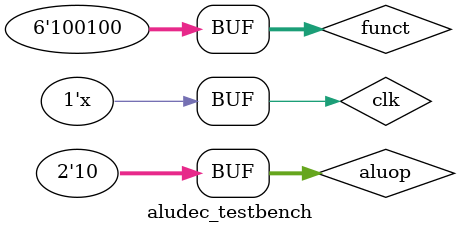
<source format=sv>
`timescale 1ns / 1ps

module aludec_testbench();

logic [5:0] funct;      // 6 bit funct code
logic [1:0] aluop;    // 1 bit aluop code
logic [2:0] alucontrol; // 3 bit output of alu
logic clk;          // clock

aludec instantiated_aludec(funct, aluop, alucontrol);
    // setup initial values
  initial begin
    clk = 0;    // set clock to 0
    
    // The aludec module will always read both values of funct and aluop
    // However, it will always check first the value of aluop.
    // If unsatisfied from the conditionals it would check the funct code.
    // Specific outputs for the alucontrol are given for every condition
    
    // Case 1: aluop: 00 -> valid output immediately to alucontrol 010     
    funct = 'b100000; aluop = 'b00; #2;
    
    // wait for 1 clock cycle
    // Case 2: aluop: 00 -> valid output immediately to alucontrol 010     
    funct = 'b100010; aluop = 'b00; #2;
    
    // wait for 1 clock cycle
    // Case 3: aluop: 11 -> invalid aluop check funct code: 100010 -> valid, output immediately alucontrol 110     
    funct = 'b100010; aluop = 'b11; #2;
    
    // wait for 1 clock cycle
    // Case 4: aluop: 10 -> invalid aluop check funct code: 100000 -> valid, output immediately alucontrol 010  
    funct = 'b100000; aluop = 'b10; #2;
    
    // wait for 1 clock cycle
    // Case 5: aluop: 10 -> invalid aluop check funct code: 100100 -> valid, output immediately alucontrol 000  
    funct = 'b100100; aluop = 'b10; #2;
  end

    // clock simulator
    // Simulate clock, 2ticks for clock cycle
    // hence 2ns each clock cycle
    always begin
        #1 clk = ~clk; 
    end
endmodule
</source>
